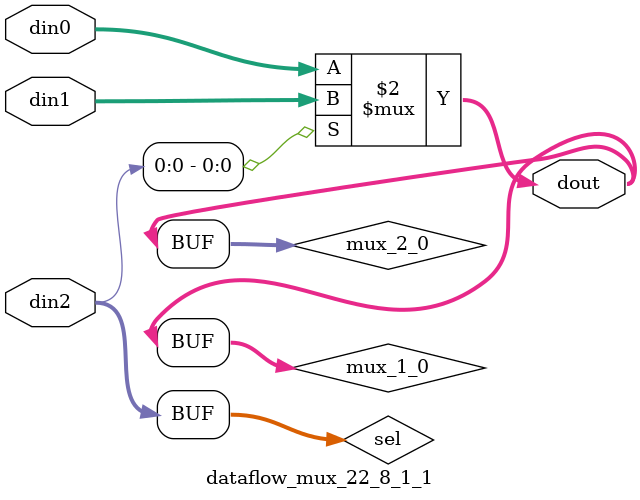
<source format=v>

`timescale 1ns/1ps

module dataflow_mux_22_8_1_1 #(
parameter
    ID                = 0,
    NUM_STAGE         = 1,
    din0_WIDTH       = 32,
    din1_WIDTH       = 32,
    din2_WIDTH         = 32,
    dout_WIDTH            = 32
)(
    input  [7 : 0]     din0,
    input  [7 : 0]     din1,
    input  [1 : 0]    din2,
    output [7 : 0]   dout);

// puts internal signals
wire [1 : 0]     sel;
// level 1 signals
wire [7 : 0]         mux_1_0;
// level 2 signals
wire [7 : 0]         mux_2_0;

assign sel = din2;

// Generate level 1 logic
assign mux_1_0 = (sel[0] == 0)? din0 : din1;

// Generate level 2 logic
assign mux_2_0 = mux_1_0;

// output logic
assign dout = mux_2_0;

endmodule

</source>
